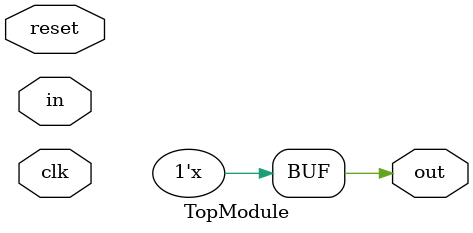
<source format=sv>

module TopModule (
  input clk, // Positive edge-triggered clock signal
  input in,   // Input signal
  input reset,// Active-high synchronous reset signal
  output out  // Output signal
);

reg [1:0] state; // State variable (2-bit)

// Reset state is B
always @(posedge clk) begin
    if (reset)
        state <= 2'b01;
    else
        state <= state;
end

// Moore machine behavior
always @(*)
begin
    case(state)
        2'b00: // State A
            if (!in)
                state <= 2'b01; // B
            else
                state <= 2'b10; // B
        2'b01: // State B
            if (in)
                state <= 2'b01; // B
            else
                state <= 2'b10; // A
        2'b11: // State A
            if (!in)
                state <= 2'b00; // A
            else
                state <= 2'b11; // A
    endcase

    out = {state[1], ~state[0]}; // Output signal
end

endmodule

// VERILOG-EVAL: errant inclusion of module definition

</source>
